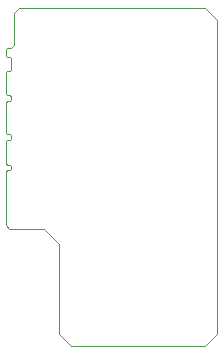
<source format=gbr>
%TF.GenerationSoftware,KiCad,Pcbnew,9.0.4*%
%TF.CreationDate,2025-09-07T07:02:52-04:00*%
%TF.ProjectId,flex_partial,666c6578-5f70-4617-9274-69616c2e6b69,v20231105*%
%TF.SameCoordinates,Original*%
%TF.FileFunction,Profile,NP*%
%FSLAX46Y46*%
G04 Gerber Fmt 4.6, Leading zero omitted, Abs format (unit mm)*
G04 Created by KiCad (PCBNEW 9.0.4) date 2025-09-07 07:02:52*
%MOMM*%
%LPD*%
G01*
G04 APERTURE LIST*
%TA.AperFunction,Profile*%
%ADD10C,0.050000*%
%TD*%
G04 APERTURE END LIST*
D10*
X85730000Y-100420000D02*
X85830000Y-100520000D01*
X85730000Y-106320000D02*
X85730000Y-103720000D01*
X85730000Y-103020000D02*
X85830000Y-103120000D01*
X86030000Y-108570000D02*
X88980000Y-108570000D01*
X85830000Y-103620000D02*
X85730000Y-103720000D01*
X86230000Y-100920000D02*
X86130000Y-101020000D01*
X86130000Y-94020000D02*
X86230000Y-94120000D01*
X86130000Y-97270000D02*
X86230000Y-97370000D01*
X103600000Y-117500000D02*
X103600000Y-90900000D01*
X86480000Y-92970000D02*
X86480000Y-90300000D01*
X85730000Y-103020000D02*
X85730000Y-101120000D01*
X102600000Y-89899600D02*
X103600000Y-90900000D01*
X86230000Y-103220000D02*
X86230000Y-103520000D01*
X102600000Y-118500000D02*
X103600000Y-117500000D01*
X85830000Y-101020000D02*
X85730000Y-101120000D01*
X86130000Y-101020000D02*
X85830000Y-101020000D01*
X90280000Y-109870000D02*
X88980000Y-108570000D01*
X85730000Y-108270000D02*
X85730000Y-106320000D01*
X86477501Y-90293319D02*
X86877501Y-89893319D01*
X86130000Y-97770000D02*
X85830000Y-97770000D01*
X85830000Y-97770000D02*
X85730000Y-97870000D01*
X85730000Y-93320000D02*
X85730000Y-93920000D01*
X102600000Y-118500000D02*
X91280000Y-118500000D01*
X86230000Y-94120000D02*
X86230000Y-95070000D01*
X85730000Y-95270000D02*
X85730000Y-97170000D01*
X85830000Y-103120000D02*
X86130000Y-103120000D01*
X86230000Y-95070000D02*
X86130000Y-95170000D01*
X85730000Y-108270000D02*
X86030000Y-108570000D01*
X90280000Y-109870000D02*
X90280000Y-117500000D01*
X85730000Y-93920000D02*
X85830000Y-94020000D01*
X86230000Y-93220000D02*
X86480000Y-92970000D01*
X85730000Y-97170000D02*
X85830000Y-97270000D01*
X91280000Y-118500000D02*
X90280000Y-117500000D01*
X86130000Y-100520000D02*
X86230000Y-100620000D01*
X85830000Y-93220000D02*
X85730000Y-93320000D01*
X85730000Y-97870000D02*
X85730000Y-100420000D01*
X86230000Y-100620000D02*
X86230000Y-100920000D01*
X86877501Y-89893319D02*
X102600000Y-89899600D01*
X86230000Y-103520000D02*
X86130000Y-103620000D01*
X85830000Y-93220000D02*
X86230000Y-93220000D01*
X86230000Y-97370000D02*
X86230000Y-97670000D01*
X85830000Y-100520000D02*
X86130000Y-100520000D01*
X86130000Y-103120000D02*
X86230000Y-103220000D01*
X86130000Y-95170000D02*
X85830000Y-95170000D01*
X85830000Y-95170000D02*
X85730000Y-95270000D01*
X86130000Y-103620000D02*
X85830000Y-103620000D01*
X85830000Y-94020000D02*
X86130000Y-94020000D01*
X85830000Y-97270000D02*
X86130000Y-97270000D01*
X86230000Y-97670000D02*
X86130000Y-97770000D01*
M02*

</source>
